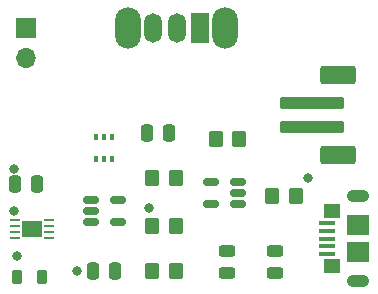
<source format=gbr>
%TF.GenerationSoftware,KiCad,Pcbnew,(6.0.10)*%
%TF.CreationDate,2023-02-04T18:20:05-05:00*%
%TF.ProjectId,lipo_charger,6c69706f-5f63-4686-9172-6765722e6b69,rev?*%
%TF.SameCoordinates,Original*%
%TF.FileFunction,Soldermask,Top*%
%TF.FilePolarity,Negative*%
%FSLAX46Y46*%
G04 Gerber Fmt 4.6, Leading zero omitted, Abs format (unit mm)*
G04 Created by KiCad (PCBNEW (6.0.10)) date 2023-02-04 18:20:05*
%MOMM*%
%LPD*%
G01*
G04 APERTURE LIST*
G04 Aperture macros list*
%AMRoundRect*
0 Rectangle with rounded corners*
0 $1 Rounding radius*
0 $2 $3 $4 $5 $6 $7 $8 $9 X,Y pos of 4 corners*
0 Add a 4 corners polygon primitive as box body*
4,1,4,$2,$3,$4,$5,$6,$7,$8,$9,$2,$3,0*
0 Add four circle primitives for the rounded corners*
1,1,$1+$1,$2,$3*
1,1,$1+$1,$4,$5*
1,1,$1+$1,$6,$7*
1,1,$1+$1,$8,$9*
0 Add four rect primitives between the rounded corners*
20,1,$1+$1,$2,$3,$4,$5,0*
20,1,$1+$1,$4,$5,$6,$7,0*
20,1,$1+$1,$6,$7,$8,$9,0*
20,1,$1+$1,$8,$9,$2,$3,0*%
G04 Aperture macros list end*
%ADD10R,1.700000X1.700000*%
%ADD11O,1.700000X1.700000*%
%ADD12RoundRect,0.250000X-2.500000X0.250000X-2.500000X-0.250000X2.500000X-0.250000X2.500000X0.250000X0*%
%ADD13RoundRect,0.250000X-1.250000X0.550000X-1.250000X-0.550000X1.250000X-0.550000X1.250000X0.550000X0*%
%ADD14RoundRect,0.250000X-0.250000X-0.475000X0.250000X-0.475000X0.250000X0.475000X-0.250000X0.475000X0*%
%ADD15O,2.200000X3.500000*%
%ADD16R,1.500000X2.500000*%
%ADD17O,1.500000X2.500000*%
%ADD18R,0.420000X0.600000*%
%ADD19RoundRect,0.250000X0.350000X0.450000X-0.350000X0.450000X-0.350000X-0.450000X0.350000X-0.450000X0*%
%ADD20RoundRect,0.250000X-0.350000X-0.450000X0.350000X-0.450000X0.350000X0.450000X-0.350000X0.450000X0*%
%ADD21RoundRect,0.243750X0.456250X-0.243750X0.456250X0.243750X-0.456250X0.243750X-0.456250X-0.243750X0*%
%ADD22RoundRect,0.150000X-0.512500X-0.150000X0.512500X-0.150000X0.512500X0.150000X-0.512500X0.150000X0*%
%ADD23RoundRect,0.062500X-0.337500X-0.062500X0.337500X-0.062500X0.337500X0.062500X-0.337500X0.062500X0*%
%ADD24R,1.700000X1.400000*%
%ADD25RoundRect,0.218750X-0.218750X-0.381250X0.218750X-0.381250X0.218750X0.381250X-0.218750X0.381250X0*%
%ADD26RoundRect,0.150000X0.512500X0.150000X-0.512500X0.150000X-0.512500X-0.150000X0.512500X-0.150000X0*%
%ADD27RoundRect,0.250000X0.250000X0.475000X-0.250000X0.475000X-0.250000X-0.475000X0.250000X-0.475000X0*%
%ADD28R,1.400000X0.400000*%
%ADD29O,1.900000X1.050000*%
%ADD30R,1.900000X1.750000*%
%ADD31R,1.450000X1.150000*%
%ADD32C,0.800000*%
G04 APERTURE END LIST*
D10*
%TO.C,J2*%
X135382000Y-104140000D03*
D11*
X135382000Y-106680000D03*
%TD*%
D12*
%TO.C,BT1*%
X159560000Y-110506000D03*
X159560000Y-112506000D03*
D13*
X161810000Y-108106000D03*
X161810000Y-114906000D03*
%TD*%
D14*
%TO.C,C2*%
X142936000Y-124714000D03*
X141036000Y-124714000D03*
%TD*%
D15*
%TO.C,SW1*%
X144014000Y-104140000D03*
X152214000Y-104140000D03*
D16*
X150114000Y-104140000D03*
D17*
X148114000Y-104140000D03*
X146114000Y-104140000D03*
%TD*%
D18*
%TO.C,Q1*%
X141336000Y-115250000D03*
X141986000Y-115250000D03*
X142636000Y-115250000D03*
X142636000Y-113350000D03*
X141986000Y-113350000D03*
X141336000Y-113350000D03*
%TD*%
D19*
%TO.C,R3*%
X158226000Y-118364000D03*
X156226000Y-118364000D03*
%TD*%
%TO.C,R1*%
X148066000Y-120904000D03*
X146066000Y-120904000D03*
%TD*%
D20*
%TO.C,R2*%
X146066000Y-116840000D03*
X148066000Y-116840000D03*
%TD*%
D21*
%TO.C,D1*%
X152400000Y-124889500D03*
X152400000Y-123014500D03*
%TD*%
D22*
%TO.C,U1*%
X140848500Y-118684000D03*
X140848500Y-119634000D03*
X140848500Y-120584000D03*
X143123500Y-120584000D03*
X143123500Y-118684000D03*
%TD*%
D23*
%TO.C,U2*%
X134440000Y-120408000D03*
X134440000Y-120908000D03*
X134440000Y-121408000D03*
X134440000Y-121908000D03*
X137340000Y-121908000D03*
X137340000Y-121408000D03*
X137340000Y-120908000D03*
X137340000Y-120408000D03*
D24*
X135890000Y-121158000D03*
%TD*%
D21*
%TO.C,D2*%
X156464000Y-124889500D03*
X156464000Y-123014500D03*
%TD*%
D25*
%TO.C,L1*%
X134573500Y-125222000D03*
X136698500Y-125222000D03*
%TD*%
D14*
%TO.C,C3*%
X145608000Y-113030000D03*
X147508000Y-113030000D03*
%TD*%
D26*
%TO.C,U3*%
X153283500Y-119060000D03*
X153283500Y-118110000D03*
X153283500Y-117160000D03*
X151008500Y-117160000D03*
X151008500Y-119060000D03*
%TD*%
D20*
%TO.C,R4*%
X151416000Y-113538000D03*
X153416000Y-113538000D03*
%TD*%
%TO.C,R5*%
X146066000Y-124714000D03*
X148066000Y-124714000D03*
%TD*%
D27*
%TO.C,C1*%
X136332000Y-117348000D03*
X134432000Y-117348000D03*
%TD*%
D28*
%TO.C,J1*%
X160830000Y-123280000D03*
X160830000Y-122630000D03*
X160830000Y-121980000D03*
X160830000Y-121330000D03*
X160830000Y-120680000D03*
D29*
X163480000Y-118405000D03*
D30*
X163480000Y-123105000D03*
X163480000Y-120855000D03*
D31*
X161250000Y-124300000D03*
X161250000Y-119660000D03*
D29*
X163480000Y-125555000D03*
%TD*%
D32*
X134366000Y-119634000D03*
X145796000Y-119380000D03*
X134366000Y-116078000D03*
X134620000Y-123444000D03*
X139700000Y-124714000D03*
X159258000Y-116840000D03*
M02*

</source>
